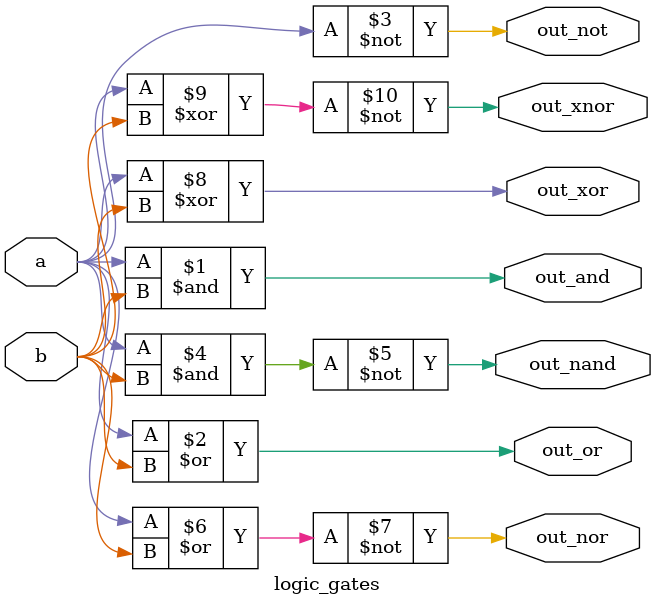
<source format=v>
module logic_gates(input a,b,
output out_and,out_or,out_not,out_nand,out_nor,out_xor,out_xnor);

assign out_and=a&b;
assign out_or=a|b;
assign out_not=~a;
assign out_nand=~(a&b);
assign out_nor=~(a|b);
assign out_xor=a^b;
assign out_xnor=~(a^b);
endmodule


</source>
